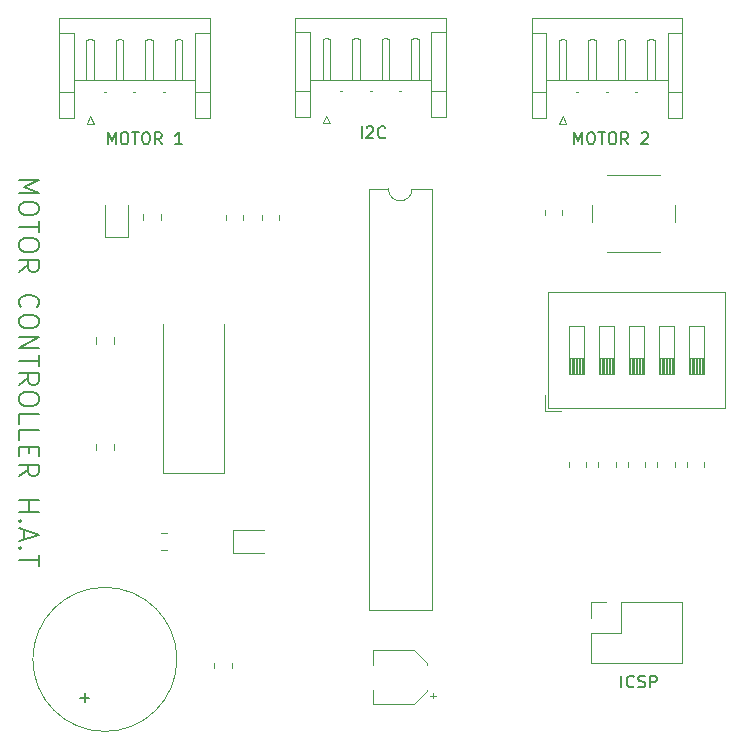
<source format=gbr>
%TF.GenerationSoftware,KiCad,Pcbnew,7.0.1-3b83917a11~172~ubuntu20.04.1*%
%TF.CreationDate,2023-04-17T17:43:15+05:30*%
%TF.ProjectId,motor controller,6d6f746f-7220-4636-9f6e-74726f6c6c65,rev?*%
%TF.SameCoordinates,Original*%
%TF.FileFunction,Legend,Top*%
%TF.FilePolarity,Positive*%
%FSLAX46Y46*%
G04 Gerber Fmt 4.6, Leading zero omitted, Abs format (unit mm)*
G04 Created by KiCad (PCBNEW 7.0.1-3b83917a11~172~ubuntu20.04.1) date 2023-04-17 17:43:15*
%MOMM*%
%LPD*%
G01*
G04 APERTURE LIST*
%ADD10C,0.150000*%
%ADD11C,0.175000*%
%ADD12C,0.120000*%
G04 APERTURE END LIST*
D10*
X91738095Y-60877619D02*
X91738095Y-59877619D01*
X92166666Y-59972857D02*
X92214285Y-59925238D01*
X92214285Y-59925238D02*
X92309523Y-59877619D01*
X92309523Y-59877619D02*
X92547618Y-59877619D01*
X92547618Y-59877619D02*
X92642856Y-59925238D01*
X92642856Y-59925238D02*
X92690475Y-59972857D01*
X92690475Y-59972857D02*
X92738094Y-60068095D01*
X92738094Y-60068095D02*
X92738094Y-60163333D01*
X92738094Y-60163333D02*
X92690475Y-60306190D01*
X92690475Y-60306190D02*
X92119047Y-60877619D01*
X92119047Y-60877619D02*
X92738094Y-60877619D01*
X93738094Y-60782380D02*
X93690475Y-60830000D01*
X93690475Y-60830000D02*
X93547618Y-60877619D01*
X93547618Y-60877619D02*
X93452380Y-60877619D01*
X93452380Y-60877619D02*
X93309523Y-60830000D01*
X93309523Y-60830000D02*
X93214285Y-60734761D01*
X93214285Y-60734761D02*
X93166666Y-60639523D01*
X93166666Y-60639523D02*
X93119047Y-60449047D01*
X93119047Y-60449047D02*
X93119047Y-60306190D01*
X93119047Y-60306190D02*
X93166666Y-60115714D01*
X93166666Y-60115714D02*
X93214285Y-60020476D01*
X93214285Y-60020476D02*
X93309523Y-59925238D01*
X93309523Y-59925238D02*
X93452380Y-59877619D01*
X93452380Y-59877619D02*
X93547618Y-59877619D01*
X93547618Y-59877619D02*
X93690475Y-59925238D01*
X93690475Y-59925238D02*
X93738094Y-59972857D01*
X113738095Y-107377619D02*
X113738095Y-106377619D01*
X114785713Y-107282380D02*
X114738094Y-107330000D01*
X114738094Y-107330000D02*
X114595237Y-107377619D01*
X114595237Y-107377619D02*
X114499999Y-107377619D01*
X114499999Y-107377619D02*
X114357142Y-107330000D01*
X114357142Y-107330000D02*
X114261904Y-107234761D01*
X114261904Y-107234761D02*
X114214285Y-107139523D01*
X114214285Y-107139523D02*
X114166666Y-106949047D01*
X114166666Y-106949047D02*
X114166666Y-106806190D01*
X114166666Y-106806190D02*
X114214285Y-106615714D01*
X114214285Y-106615714D02*
X114261904Y-106520476D01*
X114261904Y-106520476D02*
X114357142Y-106425238D01*
X114357142Y-106425238D02*
X114499999Y-106377619D01*
X114499999Y-106377619D02*
X114595237Y-106377619D01*
X114595237Y-106377619D02*
X114738094Y-106425238D01*
X114738094Y-106425238D02*
X114785713Y-106472857D01*
X115166666Y-107330000D02*
X115309523Y-107377619D01*
X115309523Y-107377619D02*
X115547618Y-107377619D01*
X115547618Y-107377619D02*
X115642856Y-107330000D01*
X115642856Y-107330000D02*
X115690475Y-107282380D01*
X115690475Y-107282380D02*
X115738094Y-107187142D01*
X115738094Y-107187142D02*
X115738094Y-107091904D01*
X115738094Y-107091904D02*
X115690475Y-106996666D01*
X115690475Y-106996666D02*
X115642856Y-106949047D01*
X115642856Y-106949047D02*
X115547618Y-106901428D01*
X115547618Y-106901428D02*
X115357142Y-106853809D01*
X115357142Y-106853809D02*
X115261904Y-106806190D01*
X115261904Y-106806190D02*
X115214285Y-106758571D01*
X115214285Y-106758571D02*
X115166666Y-106663333D01*
X115166666Y-106663333D02*
X115166666Y-106568095D01*
X115166666Y-106568095D02*
X115214285Y-106472857D01*
X115214285Y-106472857D02*
X115261904Y-106425238D01*
X115261904Y-106425238D02*
X115357142Y-106377619D01*
X115357142Y-106377619D02*
X115595237Y-106377619D01*
X115595237Y-106377619D02*
X115738094Y-106425238D01*
X116166666Y-107377619D02*
X116166666Y-106377619D01*
X116166666Y-106377619D02*
X116547618Y-106377619D01*
X116547618Y-106377619D02*
X116642856Y-106425238D01*
X116642856Y-106425238D02*
X116690475Y-106472857D01*
X116690475Y-106472857D02*
X116738094Y-106568095D01*
X116738094Y-106568095D02*
X116738094Y-106710952D01*
X116738094Y-106710952D02*
X116690475Y-106806190D01*
X116690475Y-106806190D02*
X116642856Y-106853809D01*
X116642856Y-106853809D02*
X116547618Y-106901428D01*
X116547618Y-106901428D02*
X116166666Y-106901428D01*
X109738095Y-61377619D02*
X109738095Y-60377619D01*
X109738095Y-60377619D02*
X110071428Y-61091904D01*
X110071428Y-61091904D02*
X110404761Y-60377619D01*
X110404761Y-60377619D02*
X110404761Y-61377619D01*
X111071428Y-60377619D02*
X111261904Y-60377619D01*
X111261904Y-60377619D02*
X111357142Y-60425238D01*
X111357142Y-60425238D02*
X111452380Y-60520476D01*
X111452380Y-60520476D02*
X111499999Y-60710952D01*
X111499999Y-60710952D02*
X111499999Y-61044285D01*
X111499999Y-61044285D02*
X111452380Y-61234761D01*
X111452380Y-61234761D02*
X111357142Y-61330000D01*
X111357142Y-61330000D02*
X111261904Y-61377619D01*
X111261904Y-61377619D02*
X111071428Y-61377619D01*
X111071428Y-61377619D02*
X110976190Y-61330000D01*
X110976190Y-61330000D02*
X110880952Y-61234761D01*
X110880952Y-61234761D02*
X110833333Y-61044285D01*
X110833333Y-61044285D02*
X110833333Y-60710952D01*
X110833333Y-60710952D02*
X110880952Y-60520476D01*
X110880952Y-60520476D02*
X110976190Y-60425238D01*
X110976190Y-60425238D02*
X111071428Y-60377619D01*
X111785714Y-60377619D02*
X112357142Y-60377619D01*
X112071428Y-61377619D02*
X112071428Y-60377619D01*
X112880952Y-60377619D02*
X113071428Y-60377619D01*
X113071428Y-60377619D02*
X113166666Y-60425238D01*
X113166666Y-60425238D02*
X113261904Y-60520476D01*
X113261904Y-60520476D02*
X113309523Y-60710952D01*
X113309523Y-60710952D02*
X113309523Y-61044285D01*
X113309523Y-61044285D02*
X113261904Y-61234761D01*
X113261904Y-61234761D02*
X113166666Y-61330000D01*
X113166666Y-61330000D02*
X113071428Y-61377619D01*
X113071428Y-61377619D02*
X112880952Y-61377619D01*
X112880952Y-61377619D02*
X112785714Y-61330000D01*
X112785714Y-61330000D02*
X112690476Y-61234761D01*
X112690476Y-61234761D02*
X112642857Y-61044285D01*
X112642857Y-61044285D02*
X112642857Y-60710952D01*
X112642857Y-60710952D02*
X112690476Y-60520476D01*
X112690476Y-60520476D02*
X112785714Y-60425238D01*
X112785714Y-60425238D02*
X112880952Y-60377619D01*
X114309523Y-61377619D02*
X113976190Y-60901428D01*
X113738095Y-61377619D02*
X113738095Y-60377619D01*
X113738095Y-60377619D02*
X114119047Y-60377619D01*
X114119047Y-60377619D02*
X114214285Y-60425238D01*
X114214285Y-60425238D02*
X114261904Y-60472857D01*
X114261904Y-60472857D02*
X114309523Y-60568095D01*
X114309523Y-60568095D02*
X114309523Y-60710952D01*
X114309523Y-60710952D02*
X114261904Y-60806190D01*
X114261904Y-60806190D02*
X114214285Y-60853809D01*
X114214285Y-60853809D02*
X114119047Y-60901428D01*
X114119047Y-60901428D02*
X113738095Y-60901428D01*
X115452381Y-60472857D02*
X115500000Y-60425238D01*
X115500000Y-60425238D02*
X115595238Y-60377619D01*
X115595238Y-60377619D02*
X115833333Y-60377619D01*
X115833333Y-60377619D02*
X115928571Y-60425238D01*
X115928571Y-60425238D02*
X115976190Y-60472857D01*
X115976190Y-60472857D02*
X116023809Y-60568095D01*
X116023809Y-60568095D02*
X116023809Y-60663333D01*
X116023809Y-60663333D02*
X115976190Y-60806190D01*
X115976190Y-60806190D02*
X115404762Y-61377619D01*
X115404762Y-61377619D02*
X116023809Y-61377619D01*
D11*
X62708046Y-64404761D02*
X64408046Y-64404761D01*
X64408046Y-64404761D02*
X63193760Y-64971428D01*
X63193760Y-64971428D02*
X64408046Y-65538095D01*
X64408046Y-65538095D02*
X62708046Y-65538095D01*
X64408046Y-66671428D02*
X64408046Y-66995237D01*
X64408046Y-66995237D02*
X64327094Y-67157142D01*
X64327094Y-67157142D02*
X64165189Y-67319047D01*
X64165189Y-67319047D02*
X63841379Y-67399999D01*
X63841379Y-67399999D02*
X63274713Y-67399999D01*
X63274713Y-67399999D02*
X62950903Y-67319047D01*
X62950903Y-67319047D02*
X62788999Y-67157142D01*
X62788999Y-67157142D02*
X62708046Y-66995237D01*
X62708046Y-66995237D02*
X62708046Y-66671428D01*
X62708046Y-66671428D02*
X62788999Y-66509523D01*
X62788999Y-66509523D02*
X62950903Y-66347618D01*
X62950903Y-66347618D02*
X63274713Y-66266666D01*
X63274713Y-66266666D02*
X63841379Y-66266666D01*
X63841379Y-66266666D02*
X64165189Y-66347618D01*
X64165189Y-66347618D02*
X64327094Y-66509523D01*
X64327094Y-66509523D02*
X64408046Y-66671428D01*
X64408046Y-67885713D02*
X64408046Y-68857142D01*
X62708046Y-68371428D02*
X64408046Y-68371428D01*
X64408046Y-69747618D02*
X64408046Y-70071427D01*
X64408046Y-70071427D02*
X64327094Y-70233332D01*
X64327094Y-70233332D02*
X64165189Y-70395237D01*
X64165189Y-70395237D02*
X63841379Y-70476189D01*
X63841379Y-70476189D02*
X63274713Y-70476189D01*
X63274713Y-70476189D02*
X62950903Y-70395237D01*
X62950903Y-70395237D02*
X62788999Y-70233332D01*
X62788999Y-70233332D02*
X62708046Y-70071427D01*
X62708046Y-70071427D02*
X62708046Y-69747618D01*
X62708046Y-69747618D02*
X62788999Y-69585713D01*
X62788999Y-69585713D02*
X62950903Y-69423808D01*
X62950903Y-69423808D02*
X63274713Y-69342856D01*
X63274713Y-69342856D02*
X63841379Y-69342856D01*
X63841379Y-69342856D02*
X64165189Y-69423808D01*
X64165189Y-69423808D02*
X64327094Y-69585713D01*
X64327094Y-69585713D02*
X64408046Y-69747618D01*
X62708046Y-72176189D02*
X63517570Y-71609522D01*
X62708046Y-71204760D02*
X64408046Y-71204760D01*
X64408046Y-71204760D02*
X64408046Y-71852379D01*
X64408046Y-71852379D02*
X64327094Y-72014284D01*
X64327094Y-72014284D02*
X64246141Y-72095237D01*
X64246141Y-72095237D02*
X64084237Y-72176189D01*
X64084237Y-72176189D02*
X63841379Y-72176189D01*
X63841379Y-72176189D02*
X63679475Y-72095237D01*
X63679475Y-72095237D02*
X63598522Y-72014284D01*
X63598522Y-72014284D02*
X63517570Y-71852379D01*
X63517570Y-71852379D02*
X63517570Y-71204760D01*
X62869951Y-75171427D02*
X62788999Y-75090475D01*
X62788999Y-75090475D02*
X62708046Y-74847617D01*
X62708046Y-74847617D02*
X62708046Y-74685713D01*
X62708046Y-74685713D02*
X62788999Y-74442856D01*
X62788999Y-74442856D02*
X62950903Y-74280951D01*
X62950903Y-74280951D02*
X63112808Y-74199998D01*
X63112808Y-74199998D02*
X63436618Y-74119046D01*
X63436618Y-74119046D02*
X63679475Y-74119046D01*
X63679475Y-74119046D02*
X64003284Y-74199998D01*
X64003284Y-74199998D02*
X64165189Y-74280951D01*
X64165189Y-74280951D02*
X64327094Y-74442856D01*
X64327094Y-74442856D02*
X64408046Y-74685713D01*
X64408046Y-74685713D02*
X64408046Y-74847617D01*
X64408046Y-74847617D02*
X64327094Y-75090475D01*
X64327094Y-75090475D02*
X64246141Y-75171427D01*
X64408046Y-76223808D02*
X64408046Y-76547617D01*
X64408046Y-76547617D02*
X64327094Y-76709522D01*
X64327094Y-76709522D02*
X64165189Y-76871427D01*
X64165189Y-76871427D02*
X63841379Y-76952379D01*
X63841379Y-76952379D02*
X63274713Y-76952379D01*
X63274713Y-76952379D02*
X62950903Y-76871427D01*
X62950903Y-76871427D02*
X62788999Y-76709522D01*
X62788999Y-76709522D02*
X62708046Y-76547617D01*
X62708046Y-76547617D02*
X62708046Y-76223808D01*
X62708046Y-76223808D02*
X62788999Y-76061903D01*
X62788999Y-76061903D02*
X62950903Y-75899998D01*
X62950903Y-75899998D02*
X63274713Y-75819046D01*
X63274713Y-75819046D02*
X63841379Y-75819046D01*
X63841379Y-75819046D02*
X64165189Y-75899998D01*
X64165189Y-75899998D02*
X64327094Y-76061903D01*
X64327094Y-76061903D02*
X64408046Y-76223808D01*
X62708046Y-77680950D02*
X64408046Y-77680950D01*
X64408046Y-77680950D02*
X62708046Y-78652379D01*
X62708046Y-78652379D02*
X64408046Y-78652379D01*
X64408046Y-79219045D02*
X64408046Y-80190474D01*
X62708046Y-79704760D02*
X64408046Y-79704760D01*
X62708046Y-81728569D02*
X63517570Y-81161902D01*
X62708046Y-80757140D02*
X64408046Y-80757140D01*
X64408046Y-80757140D02*
X64408046Y-81404759D01*
X64408046Y-81404759D02*
X64327094Y-81566664D01*
X64327094Y-81566664D02*
X64246141Y-81647617D01*
X64246141Y-81647617D02*
X64084237Y-81728569D01*
X64084237Y-81728569D02*
X63841379Y-81728569D01*
X63841379Y-81728569D02*
X63679475Y-81647617D01*
X63679475Y-81647617D02*
X63598522Y-81566664D01*
X63598522Y-81566664D02*
X63517570Y-81404759D01*
X63517570Y-81404759D02*
X63517570Y-80757140D01*
X64408046Y-82780950D02*
X64408046Y-83104759D01*
X64408046Y-83104759D02*
X64327094Y-83266664D01*
X64327094Y-83266664D02*
X64165189Y-83428569D01*
X64165189Y-83428569D02*
X63841379Y-83509521D01*
X63841379Y-83509521D02*
X63274713Y-83509521D01*
X63274713Y-83509521D02*
X62950903Y-83428569D01*
X62950903Y-83428569D02*
X62788999Y-83266664D01*
X62788999Y-83266664D02*
X62708046Y-83104759D01*
X62708046Y-83104759D02*
X62708046Y-82780950D01*
X62708046Y-82780950D02*
X62788999Y-82619045D01*
X62788999Y-82619045D02*
X62950903Y-82457140D01*
X62950903Y-82457140D02*
X63274713Y-82376188D01*
X63274713Y-82376188D02*
X63841379Y-82376188D01*
X63841379Y-82376188D02*
X64165189Y-82457140D01*
X64165189Y-82457140D02*
X64327094Y-82619045D01*
X64327094Y-82619045D02*
X64408046Y-82780950D01*
X62708046Y-85047616D02*
X62708046Y-84238092D01*
X62708046Y-84238092D02*
X64408046Y-84238092D01*
X62708046Y-86423806D02*
X62708046Y-85614282D01*
X62708046Y-85614282D02*
X64408046Y-85614282D01*
X63598522Y-86990472D02*
X63598522Y-87557139D01*
X62708046Y-87799996D02*
X62708046Y-86990472D01*
X62708046Y-86990472D02*
X64408046Y-86990472D01*
X64408046Y-86990472D02*
X64408046Y-87799996D01*
X62708046Y-89499996D02*
X63517570Y-88933329D01*
X62708046Y-88528567D02*
X64408046Y-88528567D01*
X64408046Y-88528567D02*
X64408046Y-89176186D01*
X64408046Y-89176186D02*
X64327094Y-89338091D01*
X64327094Y-89338091D02*
X64246141Y-89419044D01*
X64246141Y-89419044D02*
X64084237Y-89499996D01*
X64084237Y-89499996D02*
X63841379Y-89499996D01*
X63841379Y-89499996D02*
X63679475Y-89419044D01*
X63679475Y-89419044D02*
X63598522Y-89338091D01*
X63598522Y-89338091D02*
X63517570Y-89176186D01*
X63517570Y-89176186D02*
X63517570Y-88528567D01*
X62708046Y-91523805D02*
X64408046Y-91523805D01*
X63598522Y-91523805D02*
X63598522Y-92495234D01*
X62708046Y-92495234D02*
X64408046Y-92495234D01*
X62869951Y-93304757D02*
X62788999Y-93385710D01*
X62788999Y-93385710D02*
X62708046Y-93304757D01*
X62708046Y-93304757D02*
X62788999Y-93223805D01*
X62788999Y-93223805D02*
X62869951Y-93304757D01*
X62869951Y-93304757D02*
X62708046Y-93304757D01*
X63193760Y-94033329D02*
X63193760Y-94842853D01*
X62708046Y-93871424D02*
X64408046Y-94438091D01*
X64408046Y-94438091D02*
X62708046Y-95004758D01*
X62869951Y-95571424D02*
X62788999Y-95652377D01*
X62788999Y-95652377D02*
X62708046Y-95571424D01*
X62708046Y-95571424D02*
X62788999Y-95490472D01*
X62788999Y-95490472D02*
X62869951Y-95571424D01*
X62869951Y-95571424D02*
X62708046Y-95571424D01*
X64408046Y-96138091D02*
X64408046Y-97109520D01*
X62708046Y-96623806D02*
X64408046Y-96623806D01*
D10*
X70238095Y-61377619D02*
X70238095Y-60377619D01*
X70238095Y-60377619D02*
X70571428Y-61091904D01*
X70571428Y-61091904D02*
X70904761Y-60377619D01*
X70904761Y-60377619D02*
X70904761Y-61377619D01*
X71571428Y-60377619D02*
X71761904Y-60377619D01*
X71761904Y-60377619D02*
X71857142Y-60425238D01*
X71857142Y-60425238D02*
X71952380Y-60520476D01*
X71952380Y-60520476D02*
X71999999Y-60710952D01*
X71999999Y-60710952D02*
X71999999Y-61044285D01*
X71999999Y-61044285D02*
X71952380Y-61234761D01*
X71952380Y-61234761D02*
X71857142Y-61330000D01*
X71857142Y-61330000D02*
X71761904Y-61377619D01*
X71761904Y-61377619D02*
X71571428Y-61377619D01*
X71571428Y-61377619D02*
X71476190Y-61330000D01*
X71476190Y-61330000D02*
X71380952Y-61234761D01*
X71380952Y-61234761D02*
X71333333Y-61044285D01*
X71333333Y-61044285D02*
X71333333Y-60710952D01*
X71333333Y-60710952D02*
X71380952Y-60520476D01*
X71380952Y-60520476D02*
X71476190Y-60425238D01*
X71476190Y-60425238D02*
X71571428Y-60377619D01*
X72285714Y-60377619D02*
X72857142Y-60377619D01*
X72571428Y-61377619D02*
X72571428Y-60377619D01*
X73380952Y-60377619D02*
X73571428Y-60377619D01*
X73571428Y-60377619D02*
X73666666Y-60425238D01*
X73666666Y-60425238D02*
X73761904Y-60520476D01*
X73761904Y-60520476D02*
X73809523Y-60710952D01*
X73809523Y-60710952D02*
X73809523Y-61044285D01*
X73809523Y-61044285D02*
X73761904Y-61234761D01*
X73761904Y-61234761D02*
X73666666Y-61330000D01*
X73666666Y-61330000D02*
X73571428Y-61377619D01*
X73571428Y-61377619D02*
X73380952Y-61377619D01*
X73380952Y-61377619D02*
X73285714Y-61330000D01*
X73285714Y-61330000D02*
X73190476Y-61234761D01*
X73190476Y-61234761D02*
X73142857Y-61044285D01*
X73142857Y-61044285D02*
X73142857Y-60710952D01*
X73142857Y-60710952D02*
X73190476Y-60520476D01*
X73190476Y-60520476D02*
X73285714Y-60425238D01*
X73285714Y-60425238D02*
X73380952Y-60377619D01*
X74809523Y-61377619D02*
X74476190Y-60901428D01*
X74238095Y-61377619D02*
X74238095Y-60377619D01*
X74238095Y-60377619D02*
X74619047Y-60377619D01*
X74619047Y-60377619D02*
X74714285Y-60425238D01*
X74714285Y-60425238D02*
X74761904Y-60472857D01*
X74761904Y-60472857D02*
X74809523Y-60568095D01*
X74809523Y-60568095D02*
X74809523Y-60710952D01*
X74809523Y-60710952D02*
X74761904Y-60806190D01*
X74761904Y-60806190D02*
X74714285Y-60853809D01*
X74714285Y-60853809D02*
X74619047Y-60901428D01*
X74619047Y-60901428D02*
X74238095Y-60901428D01*
X76523809Y-61377619D02*
X75952381Y-61377619D01*
X76238095Y-61377619D02*
X76238095Y-60377619D01*
X76238095Y-60377619D02*
X76142857Y-60520476D01*
X76142857Y-60520476D02*
X76047619Y-60615714D01*
X76047619Y-60615714D02*
X75952381Y-60663333D01*
%TO.C,BZ1*%
X68281666Y-108630951D02*
X68281666Y-107869047D01*
X68662619Y-108249999D02*
X67900714Y-108249999D01*
D12*
%TO.C,C1*%
X97260000Y-107695563D02*
X96195563Y-108760000D01*
X92740000Y-104240000D02*
X92740000Y-105440000D01*
X96195563Y-104240000D02*
X92740000Y-104240000D01*
X97260000Y-107695563D02*
X97260000Y-107560000D01*
X97750000Y-108310000D02*
X97750000Y-107810000D01*
X97260000Y-105304437D02*
X96195563Y-104240000D01*
X98000000Y-108060000D02*
X97500000Y-108060000D01*
X92740000Y-108760000D02*
X92740000Y-107560000D01*
X96195563Y-108760000D02*
X92740000Y-108760000D01*
X97260000Y-105304437D02*
X97260000Y-105440000D01*
%TO.C,R1*%
X110735000Y-88272936D02*
X110735000Y-88727064D01*
X109265000Y-88272936D02*
X109265000Y-88727064D01*
%TO.C,R3*%
X115735000Y-88272936D02*
X115735000Y-88727064D01*
X114265000Y-88272936D02*
X114265000Y-88727064D01*
%TO.C,J2*%
X107255000Y-84000000D02*
X108638000Y-84000000D01*
X107255000Y-84000000D02*
X107255000Y-82616000D01*
X107495000Y-83760000D02*
X122495000Y-83760000D01*
X107495000Y-83760000D02*
X107495000Y-73860000D01*
X122495000Y-83760000D02*
X122495000Y-73860000D01*
X109280000Y-80840000D02*
X110550000Y-80840000D01*
X109400000Y-80840000D02*
X109400000Y-79486667D01*
X109520000Y-80840000D02*
X109520000Y-79486667D01*
X109640000Y-80840000D02*
X109640000Y-79486667D01*
X109760000Y-80840000D02*
X109760000Y-79486667D01*
X109880000Y-80840000D02*
X109880000Y-79486667D01*
X110000000Y-80840000D02*
X110000000Y-79486667D01*
X110120000Y-80840000D02*
X110120000Y-79486667D01*
X110240000Y-80840000D02*
X110240000Y-79486667D01*
X110360000Y-80840000D02*
X110360000Y-79486667D01*
X110480000Y-80840000D02*
X110480000Y-79486667D01*
X110550000Y-80840000D02*
X110550000Y-76780000D01*
X111820000Y-80840000D02*
X113090000Y-80840000D01*
X111940000Y-80840000D02*
X111940000Y-79486667D01*
X112060000Y-80840000D02*
X112060000Y-79486667D01*
X112180000Y-80840000D02*
X112180000Y-79486667D01*
X112300000Y-80840000D02*
X112300000Y-79486667D01*
X112420000Y-80840000D02*
X112420000Y-79486667D01*
X112540000Y-80840000D02*
X112540000Y-79486667D01*
X112660000Y-80840000D02*
X112660000Y-79486667D01*
X112780000Y-80840000D02*
X112780000Y-79486667D01*
X112900000Y-80840000D02*
X112900000Y-79486667D01*
X113020000Y-80840000D02*
X113020000Y-79486667D01*
X113090000Y-80840000D02*
X113090000Y-76780000D01*
X114360000Y-80840000D02*
X115630000Y-80840000D01*
X114480000Y-80840000D02*
X114480000Y-79486667D01*
X114600000Y-80840000D02*
X114600000Y-79486667D01*
X114720000Y-80840000D02*
X114720000Y-79486667D01*
X114840000Y-80840000D02*
X114840000Y-79486667D01*
X114960000Y-80840000D02*
X114960000Y-79486667D01*
X115080000Y-80840000D02*
X115080000Y-79486667D01*
X115200000Y-80840000D02*
X115200000Y-79486667D01*
X115320000Y-80840000D02*
X115320000Y-79486667D01*
X115440000Y-80840000D02*
X115440000Y-79486667D01*
X115560000Y-80840000D02*
X115560000Y-79486667D01*
X115630000Y-80840000D02*
X115630000Y-76780000D01*
X116900000Y-80840000D02*
X118170000Y-80840000D01*
X117020000Y-80840000D02*
X117020000Y-79486667D01*
X117140000Y-80840000D02*
X117140000Y-79486667D01*
X117260000Y-80840000D02*
X117260000Y-79486667D01*
X117380000Y-80840000D02*
X117380000Y-79486667D01*
X117500000Y-80840000D02*
X117500000Y-79486667D01*
X117620000Y-80840000D02*
X117620000Y-79486667D01*
X117740000Y-80840000D02*
X117740000Y-79486667D01*
X117860000Y-80840000D02*
X117860000Y-79486667D01*
X117980000Y-80840000D02*
X117980000Y-79486667D01*
X118100000Y-80840000D02*
X118100000Y-79486667D01*
X118170000Y-80840000D02*
X118170000Y-76780000D01*
X119440000Y-80840000D02*
X120710000Y-80840000D01*
X119560000Y-80840000D02*
X119560000Y-79486667D01*
X119680000Y-80840000D02*
X119680000Y-79486667D01*
X119800000Y-80840000D02*
X119800000Y-79486667D01*
X119920000Y-80840000D02*
X119920000Y-79486667D01*
X120040000Y-80840000D02*
X120040000Y-79486667D01*
X120160000Y-80840000D02*
X120160000Y-79486667D01*
X120280000Y-80840000D02*
X120280000Y-79486667D01*
X120400000Y-80840000D02*
X120400000Y-79486667D01*
X120520000Y-80840000D02*
X120520000Y-79486667D01*
X120640000Y-80840000D02*
X120640000Y-79486667D01*
X120710000Y-80840000D02*
X120710000Y-76780000D01*
X109280000Y-79486667D02*
X110550000Y-79486667D01*
X111820000Y-79486667D02*
X113090000Y-79486667D01*
X114360000Y-79486667D02*
X115630000Y-79486667D01*
X116900000Y-79486667D02*
X118170000Y-79486667D01*
X119440000Y-79486667D02*
X120710000Y-79486667D01*
X109280000Y-76780000D02*
X109280000Y-80840000D01*
X110550000Y-76780000D02*
X109280000Y-76780000D01*
X111820000Y-76780000D02*
X111820000Y-80840000D01*
X113090000Y-76780000D02*
X111820000Y-76780000D01*
X114360000Y-76780000D02*
X114360000Y-80840000D01*
X115630000Y-76780000D02*
X114360000Y-76780000D01*
X116900000Y-76780000D02*
X116900000Y-80840000D01*
X118170000Y-76780000D02*
X116900000Y-76780000D01*
X119440000Y-76780000D02*
X119440000Y-80840000D01*
X120710000Y-76780000D02*
X119440000Y-76780000D01*
X107495000Y-73860000D02*
X122495000Y-73860000D01*
%TO.C,R11*%
X83265000Y-67814564D02*
X83265000Y-67360436D01*
X84735000Y-67814564D02*
X84735000Y-67360436D01*
%TO.C,R10*%
X80265000Y-67814564D02*
X80265000Y-67360436D01*
X81735000Y-67814564D02*
X81735000Y-67360436D01*
%TO.C,D2*%
X80815000Y-94040000D02*
X80815000Y-95960000D01*
X80815000Y-95960000D02*
X83500000Y-95960000D01*
X83500000Y-94040000D02*
X80815000Y-94040000D01*
%TO.C,R8*%
X73265000Y-67764564D02*
X73265000Y-67310436D01*
X74735000Y-67764564D02*
X74735000Y-67310436D01*
%TO.C,J5*%
X66140000Y-50722500D02*
X78860000Y-50722500D01*
X66140000Y-51942500D02*
X67360000Y-51942500D01*
X66140000Y-59142500D02*
X66140000Y-50722500D01*
X67360000Y-51942500D02*
X67360000Y-56942500D01*
X67360000Y-55942500D02*
X77640000Y-55942500D01*
X67360000Y-56942500D02*
X66140000Y-56942500D01*
X67360000Y-56942500D02*
X67360000Y-59142500D01*
X67360000Y-59142500D02*
X66140000Y-59142500D01*
X68430000Y-52522500D02*
X68750000Y-52442500D01*
X68430000Y-55942500D02*
X68430000Y-52522500D01*
X68450000Y-59632500D02*
X69050000Y-59632500D01*
X68750000Y-52442500D02*
X69070000Y-52522500D01*
X68750000Y-55942500D02*
X68430000Y-55942500D01*
X68750000Y-59032500D02*
X68450000Y-59632500D01*
X69050000Y-59632500D02*
X68750000Y-59032500D01*
X69070000Y-52522500D02*
X69070000Y-55942500D01*
X69070000Y-55942500D02*
X68750000Y-55942500D01*
X69920000Y-56942500D02*
X70080000Y-56942500D01*
X70930000Y-52522500D02*
X71250000Y-52442500D01*
X70930000Y-55942500D02*
X70930000Y-52522500D01*
X71250000Y-52442500D02*
X71570000Y-52522500D01*
X71250000Y-55942500D02*
X70930000Y-55942500D01*
X71570000Y-52522500D02*
X71570000Y-55942500D01*
X71570000Y-55942500D02*
X71250000Y-55942500D01*
X72420000Y-56942500D02*
X72580000Y-56942500D01*
X73430000Y-52522500D02*
X73750000Y-52442500D01*
X73430000Y-55942500D02*
X73430000Y-52522500D01*
X73750000Y-52442500D02*
X74070000Y-52522500D01*
X73750000Y-55942500D02*
X73430000Y-55942500D01*
X74070000Y-52522500D02*
X74070000Y-55942500D01*
X74070000Y-55942500D02*
X73750000Y-55942500D01*
X74920000Y-56942500D02*
X75080000Y-56942500D01*
X75930000Y-52522500D02*
X76250000Y-52442500D01*
X75930000Y-55942500D02*
X75930000Y-52522500D01*
X76250000Y-52442500D02*
X76570000Y-52522500D01*
X76250000Y-55942500D02*
X75930000Y-55942500D01*
X76570000Y-52522500D02*
X76570000Y-55942500D01*
X76570000Y-55942500D02*
X76250000Y-55942500D01*
X77640000Y-51942500D02*
X77640000Y-56942500D01*
X77640000Y-56942500D02*
X78860000Y-56942500D01*
X77640000Y-59142500D02*
X77640000Y-56942500D01*
X78860000Y-50722500D02*
X78860000Y-59142500D01*
X78860000Y-51942500D02*
X77640000Y-51942500D01*
X78860000Y-59142500D02*
X77640000Y-59142500D01*
%TO.C,SW1*%
X111250000Y-66500000D02*
X111250000Y-68000000D01*
X112500000Y-70500000D02*
X117000000Y-70500000D01*
X117000000Y-64000000D02*
X112500000Y-64000000D01*
X118250000Y-68000000D02*
X118250000Y-66500000D01*
%TO.C,R5*%
X120735000Y-88272936D02*
X120735000Y-88727064D01*
X119265000Y-88272936D02*
X119265000Y-88727064D01*
%TO.C,D1*%
X70040000Y-69247500D02*
X71960000Y-69247500D01*
X71960000Y-69247500D02*
X71960000Y-66562500D01*
X70040000Y-66562500D02*
X70040000Y-69247500D01*
%TO.C,J6*%
X106140000Y-50722500D02*
X118860000Y-50722500D01*
X106140000Y-51942500D02*
X107360000Y-51942500D01*
X106140000Y-59142500D02*
X106140000Y-50722500D01*
X107360000Y-51942500D02*
X107360000Y-56942500D01*
X107360000Y-55942500D02*
X117640000Y-55942500D01*
X107360000Y-56942500D02*
X106140000Y-56942500D01*
X107360000Y-56942500D02*
X107360000Y-59142500D01*
X107360000Y-59142500D02*
X106140000Y-59142500D01*
X108430000Y-52522500D02*
X108750000Y-52442500D01*
X108430000Y-55942500D02*
X108430000Y-52522500D01*
X108450000Y-59632500D02*
X109050000Y-59632500D01*
X108750000Y-52442500D02*
X109070000Y-52522500D01*
X108750000Y-55942500D02*
X108430000Y-55942500D01*
X108750000Y-59032500D02*
X108450000Y-59632500D01*
X109050000Y-59632500D02*
X108750000Y-59032500D01*
X109070000Y-52522500D02*
X109070000Y-55942500D01*
X109070000Y-55942500D02*
X108750000Y-55942500D01*
X109920000Y-56942500D02*
X110080000Y-56942500D01*
X110930000Y-52522500D02*
X111250000Y-52442500D01*
X110930000Y-55942500D02*
X110930000Y-52522500D01*
X111250000Y-52442500D02*
X111570000Y-52522500D01*
X111250000Y-55942500D02*
X110930000Y-55942500D01*
X111570000Y-52522500D02*
X111570000Y-55942500D01*
X111570000Y-55942500D02*
X111250000Y-55942500D01*
X112420000Y-56942500D02*
X112580000Y-56942500D01*
X113430000Y-52522500D02*
X113750000Y-52442500D01*
X113430000Y-55942500D02*
X113430000Y-52522500D01*
X113750000Y-52442500D02*
X114070000Y-52522500D01*
X113750000Y-55942500D02*
X113430000Y-55942500D01*
X114070000Y-52522500D02*
X114070000Y-55942500D01*
X114070000Y-55942500D02*
X113750000Y-55942500D01*
X114920000Y-56942500D02*
X115080000Y-56942500D01*
X115930000Y-52522500D02*
X116250000Y-52442500D01*
X115930000Y-55942500D02*
X115930000Y-52522500D01*
X116250000Y-52442500D02*
X116570000Y-52522500D01*
X116250000Y-55942500D02*
X115930000Y-55942500D01*
X116570000Y-52522500D02*
X116570000Y-55942500D01*
X116570000Y-55942500D02*
X116250000Y-55942500D01*
X117640000Y-51942500D02*
X117640000Y-56942500D01*
X117640000Y-56942500D02*
X118860000Y-56942500D01*
X117640000Y-59142500D02*
X117640000Y-56942500D01*
X118860000Y-50722500D02*
X118860000Y-59142500D01*
X118860000Y-51942500D02*
X117640000Y-51942500D01*
X118860000Y-59142500D02*
X117640000Y-59142500D01*
%TO.C,R9*%
X75227064Y-95735000D02*
X74772936Y-95735000D01*
X75227064Y-94265000D02*
X74772936Y-94265000D01*
%TO.C,Y1*%
X74950000Y-89200000D02*
X80050000Y-89200000D01*
X80050000Y-89200000D02*
X80050000Y-76600000D01*
X74950000Y-76600000D02*
X74950000Y-89200000D01*
%TO.C,R4*%
X118235000Y-88272936D02*
X118235000Y-88727064D01*
X116765000Y-88272936D02*
X116765000Y-88727064D01*
%TO.C,BZ1*%
X76100000Y-105000000D02*
G75*
G03*
X76100000Y-105000000I-6100000J0D01*
G01*
%TO.C,C2*%
X69265000Y-78261252D02*
X69265000Y-77738748D01*
X70735000Y-78261252D02*
X70735000Y-77738748D01*
%TO.C,C3*%
X70735000Y-86738748D02*
X70735000Y-87261252D01*
X69265000Y-86738748D02*
X69265000Y-87261252D01*
%TO.C,R6*%
X108735000Y-66935436D02*
X108735000Y-67389564D01*
X107265000Y-66935436D02*
X107265000Y-67389564D01*
%TO.C,J3*%
X86140000Y-50690000D02*
X98860000Y-50690000D01*
X86140000Y-51910000D02*
X87360000Y-51910000D01*
X86140000Y-59110000D02*
X86140000Y-50690000D01*
X87360000Y-51910000D02*
X87360000Y-56910000D01*
X87360000Y-55910000D02*
X97640000Y-55910000D01*
X87360000Y-56910000D02*
X86140000Y-56910000D01*
X87360000Y-56910000D02*
X87360000Y-59110000D01*
X87360000Y-59110000D02*
X86140000Y-59110000D01*
X88430000Y-52490000D02*
X88750000Y-52410000D01*
X88430000Y-55910000D02*
X88430000Y-52490000D01*
X88450000Y-59600000D02*
X89050000Y-59600000D01*
X88750000Y-52410000D02*
X89070000Y-52490000D01*
X88750000Y-55910000D02*
X88430000Y-55910000D01*
X88750000Y-59000000D02*
X88450000Y-59600000D01*
X89050000Y-59600000D02*
X88750000Y-59000000D01*
X89070000Y-52490000D02*
X89070000Y-55910000D01*
X89070000Y-55910000D02*
X88750000Y-55910000D01*
X89920000Y-56910000D02*
X90080000Y-56910000D01*
X90930000Y-52490000D02*
X91250000Y-52410000D01*
X90930000Y-55910000D02*
X90930000Y-52490000D01*
X91250000Y-52410000D02*
X91570000Y-52490000D01*
X91250000Y-55910000D02*
X90930000Y-55910000D01*
X91570000Y-52490000D02*
X91570000Y-55910000D01*
X91570000Y-55910000D02*
X91250000Y-55910000D01*
X92420000Y-56910000D02*
X92580000Y-56910000D01*
X93430000Y-52490000D02*
X93750000Y-52410000D01*
X93430000Y-55910000D02*
X93430000Y-52490000D01*
X93750000Y-52410000D02*
X94070000Y-52490000D01*
X93750000Y-55910000D02*
X93430000Y-55910000D01*
X94070000Y-52490000D02*
X94070000Y-55910000D01*
X94070000Y-55910000D02*
X93750000Y-55910000D01*
X94920000Y-56910000D02*
X95080000Y-56910000D01*
X95930000Y-52490000D02*
X96250000Y-52410000D01*
X95930000Y-55910000D02*
X95930000Y-52490000D01*
X96250000Y-52410000D02*
X96570000Y-52490000D01*
X96250000Y-55910000D02*
X95930000Y-55910000D01*
X96570000Y-52490000D02*
X96570000Y-55910000D01*
X96570000Y-55910000D02*
X96250000Y-55910000D01*
X97640000Y-51910000D02*
X97640000Y-56910000D01*
X97640000Y-56910000D02*
X98860000Y-56910000D01*
X97640000Y-59110000D02*
X97640000Y-56910000D01*
X98860000Y-50690000D02*
X98860000Y-59110000D01*
X98860000Y-51910000D02*
X97640000Y-51910000D01*
X98860000Y-59110000D02*
X97640000Y-59110000D01*
%TO.C,R2*%
X113235000Y-88272936D02*
X113235000Y-88727064D01*
X111765000Y-88272936D02*
X111765000Y-88727064D01*
%TO.C,J1*%
X111130000Y-105330000D02*
X118870000Y-105330000D01*
X111130000Y-105330000D02*
X111130000Y-102730000D01*
X118870000Y-105330000D02*
X118870000Y-100130000D01*
X111130000Y-102730000D02*
X113730000Y-102730000D01*
X113730000Y-102730000D02*
X113730000Y-100130000D01*
X111130000Y-101460000D02*
X111130000Y-100130000D01*
X111130000Y-100130000D02*
X112460000Y-100130000D01*
X113730000Y-100130000D02*
X118870000Y-100130000D01*
%TO.C,R7*%
X79265000Y-105727064D02*
X79265000Y-105272936D01*
X80735000Y-105727064D02*
X80735000Y-105272936D01*
%TO.C,U1*%
X92360000Y-65170000D02*
X92360000Y-100850000D01*
X92360000Y-100850000D02*
X97660000Y-100850000D01*
X94010000Y-65170000D02*
X92360000Y-65170000D01*
X97660000Y-65170000D02*
X96010000Y-65170000D01*
X97660000Y-100850000D02*
X97660000Y-65170000D01*
X94010000Y-65170000D02*
G75*
G03*
X96010000Y-65170000I1000000J0D01*
G01*
%TD*%
M02*

</source>
